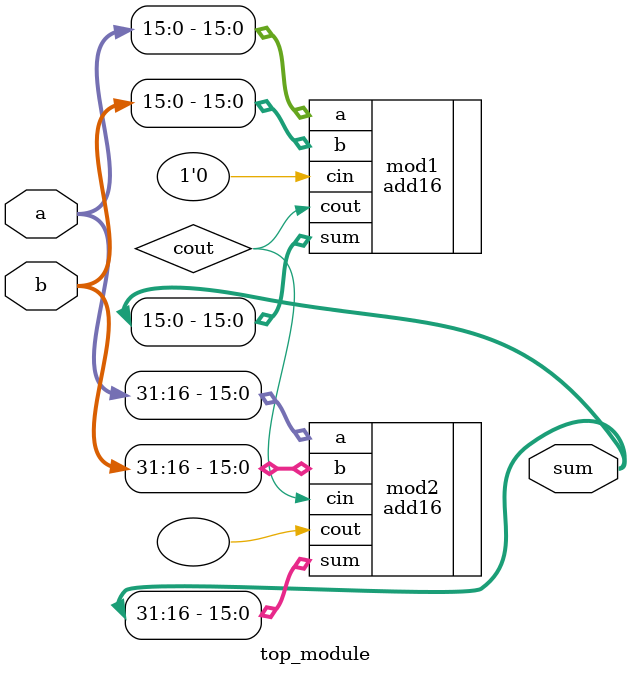
<source format=v>
module top_module(
    input [31:0] a,
    input [31:0] b,
    output [31:0] sum
);
wire cout;
    add16 mod1 (.a   (a[15:0]),.b   (b[15:0]),.cin (1'b0),.sum (sum[15:0]),.cout(cout));
	 add16 mod2 (.a   (a[31:16]),.b   (b[31:16]),.cin (cout),.sum (sum[31:16]),.cout());
endmodule

</source>
